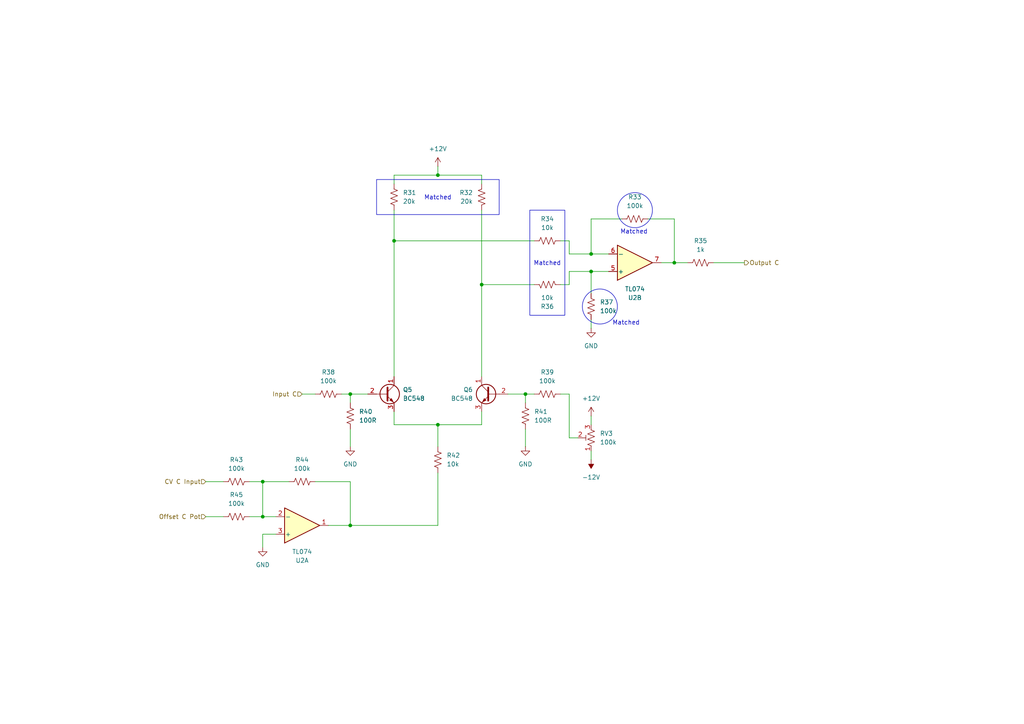
<source format=kicad_sch>
(kicad_sch (version 20250114) (generator "eeschema") (generator_version "9.0")
  (paper "A4")
  (title_block (company "DMH Instruments") (comment 1 "PCB for 5 cm Kosmo format synthesizer module"))
  (lib_symbols
    (symbol "Amplifier_Operational:TL074" (pin_names (offset 0.127))
      (property "Reference" "U" (at 0 5.08 0))
      (property "Value" "TL074" (at 0 -5.08 0))
      (symbol "TL074_1_1"
        (polyline (pts (xy -5.08 5.08) (xy 5.08 0) (xy -5.08 -5.08) (xy -5.08 5.08)) (stroke (width 0.254)) (fill (type background)))
        (pin input line (at -7.62 2.54 0) (length 2.54) (name "+") (number "3"))
        (pin input line (at -7.62 -2.54 0) (length 2.54) (name "-") (number "2"))
        (pin output line (at 7.62 0 180) (length 2.54) (name "~") (number "1"))
      )
      (symbol "TL074_2_1"
        (polyline (pts (xy -5.08 5.08) (xy 5.08 0) (xy -5.08 -5.08) (xy -5.08 5.08)) (stroke (width 0.254)) (fill (type background)))
        (pin input line (at -7.62 2.54 0) (length 2.54) (name "+") (number "5"))
        (pin input line (at -7.62 -2.54 0) (length 2.54) (name "-") (number "6"))
        (pin output line (at 7.62 0 180) (length 2.54) (name "~") (number "7"))
      )
      (symbol "TL074_3_1"
        (polyline (pts (xy -5.08 5.08) (xy 5.08 0) (xy -5.08 -5.08) (xy -5.08 5.08)) (stroke (width 0.254)) (fill (type background)))
        (pin input line (at -7.62 2.54 0) (length 2.54) (name "+") (number "10"))
        (pin input line (at -7.62 -2.54 0) (length 2.54) (name "-") (number "9"))
        (pin output line (at 7.62 0 180) (length 2.54) (name "~") (number "8"))
      )
      (symbol "TL074_4_1"
        (polyline (pts (xy -5.08 5.08) (xy 5.08 0) (xy -5.08 -5.08) (xy -5.08 5.08)) (stroke (width 0.254)) (fill (type background)))
        (pin input line (at -7.62 2.54 0) (length 2.54) (name "+") (number "12"))
        (pin input line (at -7.62 -2.54 0) (length 2.54) (name "-") (number "13"))
        (pin output line (at 7.62 0 180) (length 2.54) (name "~") (number "14"))
      )
      (symbol "TL074_5_1"
        (pin power_in line (at -2.54 7.62 270) (length 3.81) (name "V+") (number "4"))
        (pin power_in line (at -2.54 -7.62 90) (length 3.81) (name "V-") (number "11"))
      )
    )
    (symbol "Device:R_Potentiometer_Trim_US" (pin_names (offset 1.016) (hide yes))
      (property "Reference" "RV" (at -4.445 0 90))
      (property "Value" "R_Potentiometer_Trim_US" (at -2.54 0 90))
      (symbol "R_Potentiometer_Trim_US_0_1"
        (polyline (pts (xy 0 2.286) (xy 0 2.54)))
        (polyline (pts (xy 0 2.286) (xy 1.016 1.905) (xy 0 1.524) (xy -1.016 1.143) (xy 0 0.762)))
        (polyline (pts (xy 0 0.762) (xy 1.016 0.381) (xy 0 0) (xy -1.016 -0.381) (xy 0 -0.762)))
        (polyline (pts (xy 0 -0.762) (xy 1.016 -1.143) (xy 0 -1.524) (xy -1.016 -1.905) (xy 0 -2.286)))
        (polyline (pts (xy 0 -2.286) (xy 0 -2.54)))
        (polyline (pts (xy 1.524 0.762) (xy 1.524 -0.762)))
        (polyline (pts (xy 2.54 0) (xy 1.524 0)))
      )
      (symbol "R_Potentiometer_Trim_US_1_1"
        (pin passive line (at 0 3.81 270) (length 1.27) (name "1") (number "1"))
        (pin passive line (at 0 -3.81 90) (length 1.27) (name "3") (number "3"))
        (pin passive line (at 3.81 0 180) (length 1.27) (name "2") (number "2"))
      )
    )
    (symbol "Device:R_US" (pin_numbers (hide yes)) (pin_names (offset 0))
      (property "Reference" "R" (at 2.54 0 90))
      (property "Value" "R_US" (at -2.54 0 90))
      (symbol "R_US_0_1"
        (polyline (pts (xy 0 2.286) (xy 0 2.54)))
        (polyline (pts (xy 0 2.286) (xy 1.016 1.905) (xy 0 1.524) (xy -1.016 1.143) (xy 0 0.762)))
        (polyline (pts (xy 0 0.762) (xy 1.016 0.381) (xy 0 0) (xy -1.016 -0.381) (xy 0 -0.762)))
        (polyline (pts (xy 0 -0.762) (xy 1.016 -1.143) (xy 0 -1.524) (xy -1.016 -1.905) (xy 0 -2.286)))
        (polyline (pts (xy 0 -2.286) (xy 0 -2.54)))
      )
      (symbol "R_US_1_1"
        (pin passive line (at 0 3.81 270) (length 1.27) (name "~") (number "1"))
        (pin passive line (at 0 -3.81 90) (length 1.27) (name "~") (number "2"))
      )
    )
    (symbol "Transistor_BJT:BC548" (pin_names (offset 0) (hide yes))
      (property "Reference" "Q" (at 5.08 1.905 0))
      (property "Value" "BC548" (at 5.08 0 0))
      (symbol "BC548_0_1"
        (polyline (pts (xy -2.54 0) (xy 0.635 0)))
        (polyline (pts (xy 0.635 1.905) (xy 0.635 -1.905)) (stroke (width 0.508)))
        (circle (center 1.27 0) (radius 2.8194) (stroke (width 0.254)))
      )
      (symbol "BC548_1_1"
        (polyline (pts (xy 0.635 0.635) (xy 2.54 2.54)))
        (polyline (pts (xy 0.635 -0.635) (xy 2.54 -2.54)))
        (polyline (pts (xy 1.27 -1.778) (xy 1.778 -1.27) (xy 2.286 -2.286) (xy 1.27 -1.778)) (fill (type outline)))
        (pin input line (at -5.08 0 0) (length 2.54) (name "B") (number "2"))
        (pin passive line (at 2.54 5.08 270) (length 2.54) (name "C") (number "1"))
        (pin passive line (at 2.54 -5.08 90) (length 2.54) (name "E") (number "3"))
      )
    )
    (symbol "power:+12V" (power) (pin_numbers (hide yes)) (pin_names (offset 0) (hide yes))
      (property "Value" "+12V" (at 0 3.556 0))
      (symbol "+12V_0_1"
        (polyline (pts (xy -0.762 1.27) (xy 0 2.54)))
        (polyline (pts (xy 0 2.54) (xy 0.762 1.27)))
        (polyline (pts (xy 0 0) (xy 0 2.54)))
      )
      (symbol "+12V_1_1"
        (pin power_in line (at 0 0 90) (length 0) (name "~") (number "1"))
      )
    )
    (symbol "power:-12V" (power) (pin_numbers (hide yes)) (pin_names (offset 0) (hide yes))
      (property "Value" "-12V" (at 0 3.556 0))
      (symbol "-12V_0_0"
        (pin power_in line (at 0 0 90) (length 0) (name "~") (number "1"))
      )
      (symbol "-12V_0_1"
        (polyline (pts (xy 0 0) (xy 0 1.27) (xy 0.762 1.27) (xy 0 2.54) (xy -0.762 1.27) (xy 0 1.27)) (fill (type outline)))
      )
    )
    (symbol "power:GND" (power) (pin_numbers (hide yes)) (pin_names (offset 0) (hide yes))
      (property "Value" "GND" (at 0 -3.81 0))
      (symbol "GND_0_1"
        (polyline (pts (xy 0 0) (xy 0 -1.27) (xy 1.27 -1.27) (xy 0 -2.54) (xy -1.27 -1.27) (xy 0 -1.27)))
      )
      (symbol "GND_1_1"
        (pin power_in line (at 0 0 270) (length 0) (name "~") (number "1"))
      )
    )
  )
  (rectangle (start 153.67 60.96) (end 163.83 91.44))
  (circle (center 173.99 88.9) (radius 5.08))
  (circle (center 184.15 60.96) (radius 5.08))
  (rectangle (start 109.22 52.07) (end 144.78 62.23))
  (text "Matched" (at 181.61 93.726 0) (effects (font (size 1.27 1.27))))
  (text "Matched" (at 183.896 67.31 0) (effects (font (size 1.27 1.27))))
  (text "Matched" (at 127 57.404 0) (effects (font (size 1.27 1.27))))
  (text "Matched" (at 158.75 76.454 0) (effects (font (size 1.27 1.27))))
  (junction (at 101.6 114.3))
  (junction (at 127 123.19))
  (junction (at 195.58 76.2))
  (junction (at 114.3 69.85))
  (junction (at 101.6 152.4))
  (junction (at 127 50.8))
  (junction (at 171.45 73.66))
  (junction (at 76.2 149.86))
  (junction (at 171.45 78.74))
  (junction (at 76.2 139.7))
  (junction (at 139.7 82.55))
  (junction (at 152.4 114.3))
  (wire (pts (xy 139.7 60.96) (xy 139.7 82.55)))
  (wire (pts (xy 165.1 78.74) (xy 171.45 78.74)))
  (wire (pts (xy 162.56 114.3) (xy 165.1 114.3)))
  (wire (pts (xy 162.56 82.55) (xy 165.1 82.55)))
  (wire (pts (xy 127 50.8) (xy 127 48.26)))
  (wire (pts (xy 139.7 123.19) (xy 127 123.19)))
  (wire (pts (xy 95.25 152.4) (xy 101.6 152.4)))
  (wire (pts (xy 127 123.19) (xy 127 129.54)))
  (wire (pts (xy 165.1 73.66) (xy 171.45 73.66)))
  (wire (pts (xy 171.45 92.71) (xy 171.45 95.25)))
  (wire (pts (xy 101.6 139.7) (xy 101.6 152.4)))
  (wire (pts (xy 171.45 78.74) (xy 176.53 78.74)))
  (wire (pts (xy 139.7 50.8) (xy 127 50.8)))
  (wire (pts (xy 195.58 63.5) (xy 195.58 76.2)))
  (wire (pts (xy 59.69 149.86) (xy 64.77 149.86)))
  (wire (pts (xy 139.7 53.34) (xy 139.7 50.8)))
  (wire (pts (xy 59.69 139.7) (xy 64.77 139.7)))
  (wire (pts (xy 152.4 114.3) (xy 154.94 114.3)))
  (wire (pts (xy 171.45 73.66) (xy 176.53 73.66)))
  (wire (pts (xy 165.1 127) (xy 167.64 127)))
  (wire (pts (xy 83.82 139.7) (xy 76.2 139.7)))
  (wire (pts (xy 195.58 76.2) (xy 199.39 76.2)))
  (wire (pts (xy 139.7 82.55) (xy 139.7 109.22)))
  (wire (pts (xy 76.2 149.86) (xy 80.01 149.86)))
  (wire (pts (xy 76.2 139.7) (xy 76.2 149.86)))
  (wire (pts (xy 171.45 130.81) (xy 171.45 133.35)))
  (wire (pts (xy 101.6 152.4) (xy 127 152.4)))
  (wire (pts (xy 152.4 114.3) (xy 152.4 116.84)))
  (wire (pts (xy 114.3 53.34) (xy 114.3 50.8)))
  (wire (pts (xy 114.3 119.38) (xy 114.3 123.19)))
  (wire (pts (xy 180.34 63.5) (xy 171.45 63.5)))
  (wire (pts (xy 72.39 139.7) (xy 76.2 139.7)))
  (wire (pts (xy 207.01 76.2) (xy 215.9 76.2)))
  (wire (pts (xy 127 152.4) (xy 127 137.16)))
  (wire (pts (xy 101.6 114.3) (xy 101.6 116.84)))
  (wire (pts (xy 99.06 114.3) (xy 101.6 114.3)))
  (wire (pts (xy 187.96 63.5) (xy 195.58 63.5)))
  (wire (pts (xy 114.3 123.19) (xy 127 123.19)))
  (wire (pts (xy 72.39 149.86) (xy 76.2 149.86)))
  (wire (pts (xy 162.56 69.85) (xy 165.1 69.85)))
  (wire (pts (xy 171.45 63.5) (xy 171.45 73.66)))
  (wire (pts (xy 152.4 124.46) (xy 152.4 129.54)))
  (wire (pts (xy 114.3 50.8) (xy 127 50.8)))
  (wire (pts (xy 147.32 114.3) (xy 152.4 114.3)))
  (wire (pts (xy 76.2 154.94) (xy 76.2 158.75)))
  (wire (pts (xy 80.01 154.94) (xy 76.2 154.94)))
  (wire (pts (xy 114.3 60.96) (xy 114.3 69.85)))
  (wire (pts (xy 191.77 76.2) (xy 195.58 76.2)))
  (wire (pts (xy 101.6 124.46) (xy 101.6 129.54)))
  (wire (pts (xy 114.3 69.85) (xy 114.3 109.22)))
  (wire (pts (xy 101.6 114.3) (xy 106.68 114.3)))
  (wire (pts (xy 114.3 69.85) (xy 154.94 69.85)))
  (wire (pts (xy 87.63 114.3) (xy 91.44 114.3)))
  (wire (pts (xy 165.1 82.55) (xy 165.1 78.74)))
  (wire (pts (xy 139.7 82.55) (xy 154.94 82.55)))
  (wire (pts (xy 91.44 139.7) (xy 101.6 139.7)))
  (wire (pts (xy 165.1 114.3) (xy 165.1 127)))
  (wire (pts (xy 171.45 78.74) (xy 171.45 85.09)))
  (wire (pts (xy 139.7 119.38) (xy 139.7 123.19)))
  (wire (pts (xy 171.45 120.65) (xy 171.45 123.19)))
  (wire (pts (xy 165.1 69.85) (xy 165.1 73.66)))
  (hierarchical_label "Offset C Pot" (shape input) (at 59.69 149.86 180))
  (hierarchical_label "CV C Input" (shape input) (at 59.69 139.7 180))
  (hierarchical_label "Input C" (shape input) (at 87.63 114.3 180))
  (hierarchical_label "Output C" (shape output) (at 215.9 76.2 0))
  (symbol (lib_id "power:GND") (at 152.4 129.54 0) (unit 1)
    (property "Reference" "#PWR029" (effects (hide yes)))
    (property "Value" "GND" (at 152.4 134.62 0))
    (property "Description" "Power symbol creates a global label with name \"GND\" , ground" (effects (hide yes)))
  )
  (symbol (lib_id "power:GND") (at 101.6 129.54 0) (unit 1)
    (property "Reference" "#PWR028" (effects (hide yes)))
    (property "Value" "GND" (at 101.6 134.62 0))
    (property "Description" "Power symbol creates a global label with name \"GND\" , ground" (effects (hide yes)))
  )
  (symbol (lib_id "Device:R_US") (at 184.15 63.5 270) (unit 1)
    (property "Reference" "R33" (at 184.15 57.15 90))
    (property "Value" "100k" (at 184.15 59.69 90))
    (property "Footprint" "Resistor_THT:R_Axial_DIN0207_L6.3mm_D2.5mm_P2.54mm_Vertical" (effects (hide yes)))
    (property "Description" "Resistor, US symbol" (effects (hide yes)))
  )
  (symbol (lib_id "Device:R_US") (at 152.4 120.65 180) (unit 1)
    (property "Reference" "R41" (at 154.94 119.3799 0) (effects (justify right)))
    (property "Value" "100R" (at 154.94 121.9199 0) (effects (justify right)))
    (property "Footprint" "Resistor_THT:R_Axial_DIN0207_L6.3mm_D2.5mm_P2.54mm_Vertical" (effects (hide yes)))
    (property "Description" "Resistor, US symbol" (effects (hide yes)))
  )
  (symbol (lib_id "power:+12V") (at 171.45 120.65 0) (unit 1)
    (property "Reference" "#PWR027" (effects (hide yes)))
    (property "Value" "+12V" (at 171.45 115.57 0))
    (property "Description" "Power symbol creates a global label with name \"+12V\"" (effects (hide yes)))
  )
  (symbol (lib_id "Device:R_US") (at 203.2 76.2 270) (unit 1)
    (property "Reference" "R35" (at 203.2 69.85 90))
    (property "Value" "1k" (at 203.2 72.39 90))
    (property "Footprint" "Resistor_THT:R_Axial_DIN0207_L6.3mm_D2.5mm_P2.54mm_Vertical" (effects (hide yes)))
    (property "Description" "Resistor, US symbol" (effects (hide yes)))
  )
  (symbol (lib_id "Amplifier_Operational:TL074") (at 184.15 76.2 0) (mirror x) (unit 2)
    (property "Reference" "U2" (at 184.15 86.36 0))
    (property "Value" "TL074" (at 184.15 83.82 0))
    (property "Footprint" "Package_DIP:DIP-14_W7.62mm_Socket" (effects (hide yes)))
    (property "Datasheet" "http://www.ti.com/lit/ds/symlink/tl071.pdf" (effects (hide yes)))
    (property "Description" "Quad Low-Noise JFET-Input Operational Amplifiers, DIP-14/SOIC-14" (effects (hide yes)))
  )
  (symbol (lib_id "Amplifier_Operational:TL074") (at 87.63 152.4 0) (mirror x) (unit 1)
    (property "Reference" "U2" (at 87.63 162.56 0))
    (property "Value" "TL074" (at 87.63 160.02 0))
    (property "Footprint" "Package_DIP:DIP-14_W7.62mm_Socket" (effects (hide yes)))
    (property "Datasheet" "http://www.ti.com/lit/ds/symlink/tl071.pdf" (effects (hide yes)))
    (property "Description" "Quad Low-Noise JFET-Input Operational Amplifiers, DIP-14/SOIC-14" (effects (hide yes)))
  )
  (symbol (lib_id "Device:R_US") (at 101.6 120.65 180) (unit 1)
    (property "Reference" "R40" (at 104.14 119.3799 0) (effects (justify right)))
    (property "Value" "100R" (at 104.14 121.9199 0) (effects (justify right)))
    (property "Footprint" "Resistor_THT:R_Axial_DIN0207_L6.3mm_D2.5mm_P2.54mm_Vertical" (effects (hide yes)))
    (property "Description" "Resistor, US symbol" (effects (hide yes)))
  )
  (symbol (lib_id "Transistor_BJT:BC548") (at 111.76 114.3 0) (unit 1)
    (property "Reference" "Q5" (at 116.84 113.0299 0) (effects (justify left)))
    (property "Value" "BC548" (at 116.84 115.5699 0) (effects (justify left)))
    (property "Footprint" "Package_TO_SOT_THT:TO-92L_Inline_Wide" (effects (hide yes)))
    (property "Datasheet" "https://www.onsemi.com/pub/Collateral/BC550-D.pdf" (effects (hide yes)))
    (property "Description" "0.1A Ic, 30V Vce, Small Signal NPN Transistor, TO-92" (effects (hide yes)))
  )
  (symbol (lib_id "Device:R_US") (at 158.75 82.55 270) (mirror x) (unit 1)
    (property "Reference" "R36" (at 158.75 88.9 90))
    (property "Value" "10k" (at 158.75 86.36 90))
    (property "Footprint" "Resistor_THT:R_Axial_DIN0207_L6.3mm_D2.5mm_P2.54mm_Vertical" (effects (hide yes)))
    (property "Description" "Resistor, US symbol" (effects (hide yes)))
  )
  (symbol (lib_id "power:+12V") (at 127 48.26 0) (unit 1)
    (property "Reference" "#PWR025" (effects (hide yes)))
    (property "Value" "+12V" (at 127 43.18 0))
    (property "Description" "Power symbol creates a global label with name \"+12V\"" (effects (hide yes)))
  )
  (symbol (lib_id "Device:R_US") (at 95.25 114.3 270) (unit 1)
    (property "Reference" "R38" (at 95.25 107.95 90))
    (property "Value" "100k" (at 95.25 110.49 90))
    (property "Footprint" "Resistor_THT:R_Axial_DIN0207_L6.3mm_D2.5mm_P2.54mm_Vertical" (effects (hide yes)))
    (property "Description" "Resistor, US symbol" (effects (hide yes)))
  )
  (symbol (lib_id "Device:R_Potentiometer_Trim_US") (at 171.45 127 180) (unit 1)
    (property "Reference" "RV3" (at 173.99 125.7299 0) (effects (justify right)))
    (property "Value" "100k" (at 173.99 128.2699 0) (effects (justify right)))
    (property "Footprint" "Potentiometer_THT:Potentiometer_Bourns_3296W_Vertical" (effects (hide yes)))
    (property "Description" "Trim-potentiometer, US symbol" (effects (hide yes)))
  )
  (symbol (lib_id "Device:R_US") (at 114.3 57.15 180) (unit 1)
    (property "Reference" "R31" (at 116.84 55.8799 0) (effects (justify right)))
    (property "Value" "20k" (at 116.84 58.4199 0) (effects (justify right)))
    (property "Footprint" "Resistor_THT:R_Axial_DIN0207_L6.3mm_D2.5mm_P2.54mm_Vertical" (effects (hide yes)))
    (property "Description" "Resistor, US symbol" (effects (hide yes)))
  )
  (symbol (lib_id "Device:R_US") (at 158.75 114.3 270) (unit 1)
    (property "Reference" "R39" (at 158.75 107.95 90))
    (property "Value" "100k" (at 158.75 110.49 90))
    (property "Footprint" "Resistor_THT:R_Axial_DIN0207_L6.3mm_D2.5mm_P2.54mm_Vertical" (effects (hide yes)))
    (property "Description" "Resistor, US symbol" (effects (hide yes)))
  )
  (symbol (lib_id "Device:R_US") (at 158.75 69.85 270) (unit 1)
    (property "Reference" "R34" (at 158.75 63.5 90))
    (property "Value" "10k" (at 158.75 66.04 90))
    (property "Footprint" "Resistor_THT:R_Axial_DIN0207_L6.3mm_D2.5mm_P2.54mm_Vertical" (effects (hide yes)))
    (property "Description" "Resistor, US symbol" (effects (hide yes)))
  )
  (symbol (lib_id "Device:R_US") (at 87.63 139.7 90) (unit 1)
    (property "Reference" "R44" (at 87.63 133.35 90))
    (property "Value" "100k" (at 87.63 135.89 90))
    (property "Footprint" "Resistor_THT:R_Axial_DIN0207_L6.3mm_D2.5mm_P2.54mm_Vertical" (effects (hide yes)))
    (property "Description" "Resistor, US symbol" (effects (hide yes)))
  )
  (symbol (lib_id "Device:R_US") (at 171.45 88.9 0) (unit 1)
    (property "Reference" "R37" (at 173.99 87.6299 0) (effects (justify left)))
    (property "Value" "100k" (at 173.99 90.1699 0) (effects (justify left)))
    (property "Footprint" "Resistor_THT:R_Axial_DIN0207_L6.3mm_D2.5mm_P2.54mm_Vertical" (effects (hide yes)))
    (property "Description" "Resistor, US symbol" (effects (hide yes)))
  )
  (symbol (lib_id "power:GND") (at 76.2 158.75 0) (unit 1)
    (property "Reference" "#PWR031" (effects (hide yes)))
    (property "Value" "GND" (at 76.2 163.83 0))
    (property "Description" "Power symbol creates a global label with name \"GND\" , ground" (effects (hide yes)))
  )
  (symbol (lib_id "Device:R_US") (at 68.58 139.7 90) (unit 1)
    (property "Reference" "R43" (at 68.58 133.35 90))
    (property "Value" "100k" (at 68.58 135.89 90))
    (property "Footprint" "Resistor_THT:R_Axial_DIN0207_L6.3mm_D2.5mm_P2.54mm_Vertical" (effects (hide yes)))
    (property "Description" "Resistor, US symbol" (effects (hide yes)))
  )
  (symbol (lib_id "Device:R_US") (at 68.58 149.86 90) (unit 1)
    (property "Reference" "R45" (at 68.58 143.51 90))
    (property "Value" "100k" (at 68.58 146.05 90))
    (property "Footprint" "Resistor_THT:R_Axial_DIN0207_L6.3mm_D2.5mm_P2.54mm_Vertical" (effects (hide yes)))
    (property "Description" "Resistor, US symbol" (effects (hide yes)))
  )
  (symbol (lib_id "Transistor_BJT:BC548") (at 142.24 114.3 0) (mirror y) (unit 1)
    (property "Reference" "Q6" (at 137.16 113.0299 0) (effects (justify left)))
    (property "Value" "BC548" (at 137.16 115.5699 0) (effects (justify left)))
    (property "Footprint" "Package_TO_SOT_THT:TO-92L_Inline_Wide" (effects (hide yes)))
    (property "Datasheet" "https://www.onsemi.com/pub/Collateral/BC550-D.pdf" (effects (hide yes)))
    (property "Description" "0.1A Ic, 30V Vce, Small Signal NPN Transistor, TO-92" (effects (hide yes)))
  )
  (symbol (lib_id "power:-12V") (at 171.45 133.35 180) (unit 1)
    (property "Reference" "#PWR030" (effects (hide yes)))
    (property "Value" "-12V" (at 171.45 138.43 0))
    (property "Description" "Power symbol creates a global label with name \"-12V\"" (effects (hide yes)))
  )
  (symbol (lib_id "Device:R_US") (at 139.7 57.15 0) (mirror x) (unit 1)
    (property "Reference" "R32" (at 137.16 55.8799 0) (effects (justify right)))
    (property "Value" "20k" (at 137.16 58.4199 0) (effects (justify right)))
    (property "Footprint" "Resistor_THT:R_Axial_DIN0207_L6.3mm_D2.5mm_P2.54mm_Vertical" (effects (hide yes)))
    (property "Description" "Resistor, US symbol" (effects (hide yes)))
  )
  (symbol (lib_id "power:GND") (at 171.45 95.25 0) (unit 1)
    (property "Reference" "#PWR026" (effects (hide yes)))
    (property "Value" "GND" (at 171.45 100.33 0))
    (property "Description" "Power symbol creates a global label with name \"GND\" , ground" (effects (hide yes)))
  )
  (symbol (lib_id "Device:R_US") (at 127 133.35 180) (unit 1)
    (property "Reference" "R42" (at 129.54 132.0799 0) (effects (justify right)))
    (property "Value" "10k" (at 129.54 134.6199 0) (effects (justify right)))
    (property "Footprint" "Resistor_THT:R_Axial_DIN0207_L6.3mm_D2.5mm_P2.54mm_Vertical" (effects (hide yes)))
    (property "Description" "Resistor, US symbol" (effects (hide yes)))
  )
)
</source>
